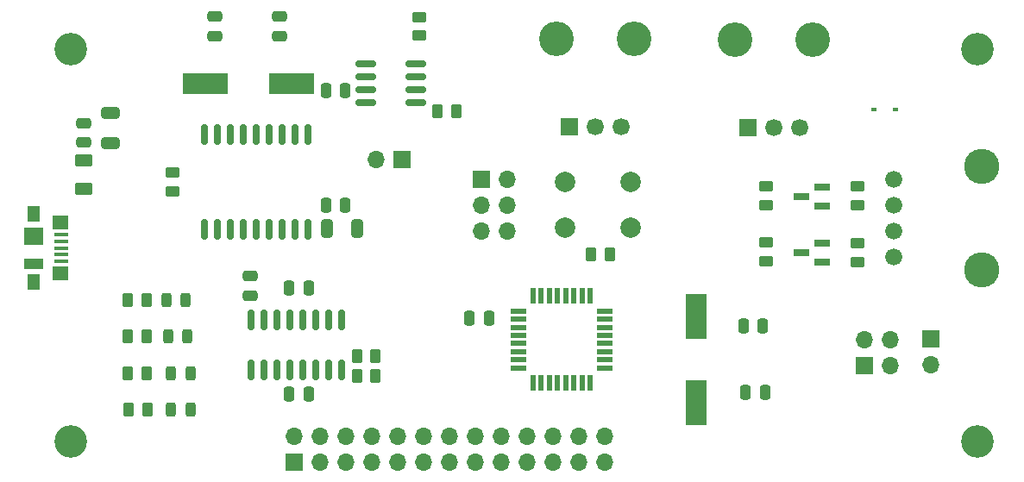
<source format=gts>
%TF.GenerationSoftware,KiCad,Pcbnew,(6.0.7-1)-1*%
%TF.CreationDate,2022-11-21T17:18:22-08:00*%
%TF.ProjectId,telemetry-emulator-pcb,74656c65-6d65-4747-9279-2d656d756c61,rev?*%
%TF.SameCoordinates,Original*%
%TF.FileFunction,Soldermask,Top*%
%TF.FilePolarity,Negative*%
%FSLAX46Y46*%
G04 Gerber Fmt 4.6, Leading zero omitted, Abs format (unit mm)*
G04 Created by KiCad (PCBNEW (6.0.7-1)-1) date 2022-11-21 17:18:22*
%MOMM*%
%LPD*%
G01*
G04 APERTURE LIST*
G04 Aperture macros list*
%AMRoundRect*
0 Rectangle with rounded corners*
0 $1 Rounding radius*
0 $2 $3 $4 $5 $6 $7 $8 $9 X,Y pos of 4 corners*
0 Add a 4 corners polygon primitive as box body*
4,1,4,$2,$3,$4,$5,$6,$7,$8,$9,$2,$3,0*
0 Add four circle primitives for the rounded corners*
1,1,$1+$1,$2,$3*
1,1,$1+$1,$4,$5*
1,1,$1+$1,$6,$7*
1,1,$1+$1,$8,$9*
0 Add four rect primitives between the rounded corners*
20,1,$1+$1,$2,$3,$4,$5,0*
20,1,$1+$1,$4,$5,$6,$7,0*
20,1,$1+$1,$6,$7,$8,$9,0*
20,1,$1+$1,$8,$9,$2,$3,0*%
G04 Aperture macros list end*
%ADD10RoundRect,0.250000X-0.250000X-0.475000X0.250000X-0.475000X0.250000X0.475000X-0.250000X0.475000X0*%
%ADD11RoundRect,0.250000X-0.262500X-0.450000X0.262500X-0.450000X0.262500X0.450000X-0.262500X0.450000X0*%
%ADD12C,3.200000*%
%ADD13RoundRect,0.250000X0.650000X-0.325000X0.650000X0.325000X-0.650000X0.325000X-0.650000X-0.325000X0*%
%ADD14RoundRect,0.150000X0.150000X-0.825000X0.150000X0.825000X-0.150000X0.825000X-0.150000X-0.825000X0*%
%ADD15RoundRect,0.250000X0.625000X-0.375000X0.625000X0.375000X-0.625000X0.375000X-0.625000X-0.375000X0*%
%ADD16RoundRect,0.070000X0.650000X0.300000X-0.650000X0.300000X-0.650000X-0.300000X0.650000X-0.300000X0*%
%ADD17RoundRect,0.250000X0.475000X-0.250000X0.475000X0.250000X-0.475000X0.250000X-0.475000X-0.250000X0*%
%ADD18RoundRect,0.250000X-0.450000X0.262500X-0.450000X-0.262500X0.450000X-0.262500X0.450000X0.262500X0*%
%ADD19RoundRect,0.243750X-0.243750X-0.456250X0.243750X-0.456250X0.243750X0.456250X-0.243750X0.456250X0*%
%ADD20C,2.000000*%
%ADD21R,4.500000X2.000000*%
%ADD22R,1.700000X1.700000*%
%ADD23O,1.700000X1.700000*%
%ADD24RoundRect,0.250000X0.250000X0.475000X-0.250000X0.475000X-0.250000X-0.475000X0.250000X-0.475000X0*%
%ADD25RoundRect,0.250000X0.262500X0.450000X-0.262500X0.450000X-0.262500X-0.450000X0.262500X-0.450000X0*%
%ADD26RoundRect,0.150000X-0.825000X-0.150000X0.825000X-0.150000X0.825000X0.150000X-0.825000X0.150000X0*%
%ADD27RoundRect,0.250000X-0.475000X0.250000X-0.475000X-0.250000X0.475000X-0.250000X0.475000X0.250000X0*%
%ADD28C,3.400000*%
%ADD29R,1.690000X1.690000*%
%ADD30C,1.690000*%
%ADD31RoundRect,0.150000X-0.150000X0.875000X-0.150000X-0.875000X0.150000X-0.875000X0.150000X0.875000X0*%
%ADD32C,3.454400*%
%ADD33C,1.676400*%
%ADD34RoundRect,0.250000X0.450000X-0.262500X0.450000X0.262500X-0.450000X0.262500X-0.450000X-0.262500X0*%
%ADD35R,1.600000X0.550000*%
%ADD36R,0.550000X1.600000*%
%ADD37R,1.380000X0.450000*%
%ADD38R,1.300000X1.650000*%
%ADD39R,1.900000X1.000000*%
%ADD40R,1.900000X1.800000*%
%ADD41R,1.550000X1.425000*%
%ADD42RoundRect,0.243750X0.243750X0.456250X-0.243750X0.456250X-0.243750X-0.456250X0.243750X-0.456250X0*%
%ADD43R,0.600000X0.450000*%
%ADD44RoundRect,0.250000X-0.325000X-0.650000X0.325000X-0.650000X0.325000X0.650000X-0.325000X0.650000X0*%
%ADD45R,2.000000X4.500000*%
G04 APERTURE END LIST*
D10*
X156530000Y-92642000D03*
X158430000Y-92642000D03*
D11*
X96087500Y-97300000D03*
X97912500Y-97300000D03*
X96087500Y-90106000D03*
X97912500Y-90106000D03*
D12*
X179500000Y-104000000D03*
D13*
X94400000Y-74675000D03*
X94400000Y-71725000D03*
D14*
X108155000Y-96975000D03*
X109425000Y-96975000D03*
X110695000Y-96975000D03*
X111965000Y-96975000D03*
X113235000Y-96975000D03*
X114505000Y-96975000D03*
X115775000Y-96975000D03*
X117045000Y-96975000D03*
X117045000Y-92025000D03*
X115775000Y-92025000D03*
X114505000Y-92025000D03*
X113235000Y-92025000D03*
X111965000Y-92025000D03*
X110695000Y-92025000D03*
X109425000Y-92025000D03*
X108155000Y-92025000D03*
D10*
X156750000Y-99200000D03*
X158650000Y-99200000D03*
D15*
X91800000Y-79200000D03*
X91800000Y-76400000D03*
D16*
X164282500Y-80897000D03*
X164282500Y-78997000D03*
X162182500Y-79947000D03*
D17*
X104648000Y-64196000D03*
X104648000Y-62296000D03*
D18*
X167732500Y-84534500D03*
X167732500Y-86359500D03*
D19*
X100362500Y-100900000D03*
X102237500Y-100900000D03*
D20*
X138990000Y-78522000D03*
X145490000Y-78522000D03*
X138990000Y-83022000D03*
X145490000Y-83022000D03*
D21*
X103700000Y-68834000D03*
X112200000Y-68834000D03*
D10*
X111950000Y-88900000D03*
X113850000Y-88900000D03*
D22*
X130810000Y-78232000D03*
D23*
X133350000Y-78232000D03*
X130810000Y-80772000D03*
X133350000Y-80772000D03*
X130810000Y-83312000D03*
X133350000Y-83312000D03*
D24*
X131550000Y-91900000D03*
X129650000Y-91900000D03*
D25*
X120412500Y-97600000D03*
X118587500Y-97600000D03*
D12*
X90500000Y-104000000D03*
D24*
X113850000Y-99300000D03*
X111950000Y-99300000D03*
D26*
X119445000Y-66929000D03*
X119445000Y-68199000D03*
X119445000Y-69469000D03*
X119445000Y-70739000D03*
X124395000Y-70739000D03*
X124395000Y-69469000D03*
X124395000Y-68199000D03*
X124395000Y-66929000D03*
D27*
X91800000Y-72750000D03*
X91800000Y-74650000D03*
D17*
X110998000Y-64196000D03*
X110998000Y-62296000D03*
D28*
X138190000Y-64455000D03*
X145810000Y-64455000D03*
D29*
X139460000Y-73095000D03*
D30*
X142000000Y-73095000D03*
X144540000Y-73095000D03*
D17*
X108100000Y-89650000D03*
X108100000Y-87750000D03*
D31*
X113792000Y-73836000D03*
X112522000Y-73836000D03*
X111252000Y-73836000D03*
X109982000Y-73836000D03*
X108712000Y-73836000D03*
X107442000Y-73836000D03*
X106172000Y-73836000D03*
X104902000Y-73836000D03*
X103632000Y-73836000D03*
X103632000Y-83136000D03*
X104902000Y-83136000D03*
X106172000Y-83136000D03*
X107442000Y-83136000D03*
X108712000Y-83136000D03*
X109982000Y-83136000D03*
X111252000Y-83136000D03*
X112522000Y-83136000D03*
X113792000Y-83136000D03*
D12*
X179500000Y-65500000D03*
D24*
X117450000Y-69500000D03*
X115550000Y-69500000D03*
D12*
X90500000Y-65500000D03*
D28*
X163310000Y-64555000D03*
X155690000Y-64555000D03*
D29*
X156960000Y-73195000D03*
D30*
X159500000Y-73195000D03*
X162040000Y-73195000D03*
D10*
X115550000Y-80800000D03*
X117450000Y-80800000D03*
D11*
X96187500Y-100900000D03*
X98012500Y-100900000D03*
D18*
X124714000Y-62333500D03*
X124714000Y-64158500D03*
D32*
X179928501Y-87139500D03*
X179928501Y-76979500D03*
D33*
X171288500Y-78249500D03*
X171288500Y-80789500D03*
X171288500Y-83329500D03*
X171288500Y-85869500D03*
D11*
X126487500Y-71600000D03*
X128312500Y-71600000D03*
X118587500Y-95600000D03*
X120412500Y-95600000D03*
D34*
X100500000Y-79412500D03*
X100500000Y-77587500D03*
D18*
X158732500Y-78947000D03*
X158732500Y-80772000D03*
D16*
X164282500Y-86397000D03*
X164282500Y-84497000D03*
X162182500Y-85447000D03*
D35*
X142934000Y-96780000D03*
X142934000Y-95980000D03*
X142934000Y-95180000D03*
X142934000Y-94380000D03*
X142934000Y-93580000D03*
X142934000Y-92780000D03*
X142934000Y-91980000D03*
X142934000Y-91180000D03*
D36*
X141484000Y-89730000D03*
X140684000Y-89730000D03*
X139884000Y-89730000D03*
X139084000Y-89730000D03*
X138284000Y-89730000D03*
X137484000Y-89730000D03*
X136684000Y-89730000D03*
X135884000Y-89730000D03*
D35*
X134434000Y-91180000D03*
X134434000Y-91980000D03*
X134434000Y-92780000D03*
X134434000Y-93580000D03*
X134434000Y-94380000D03*
X134434000Y-95180000D03*
X134434000Y-95980000D03*
X134434000Y-96780000D03*
D36*
X135884000Y-98230000D03*
X136684000Y-98230000D03*
X137484000Y-98230000D03*
X138284000Y-98230000D03*
X139084000Y-98230000D03*
X139884000Y-98230000D03*
X140684000Y-98230000D03*
X141484000Y-98230000D03*
D25*
X143412500Y-85600000D03*
X141587500Y-85600000D03*
D37*
X89560000Y-83700000D03*
X89560000Y-84350000D03*
X89560000Y-85000000D03*
X89560000Y-85650000D03*
X89560000Y-86300000D03*
D38*
X86900000Y-81625000D03*
X86900000Y-88375000D03*
D39*
X86900000Y-86550000D03*
D40*
X86900000Y-83850000D03*
D41*
X89475000Y-82512500D03*
X89475000Y-87487500D03*
D42*
X101737500Y-90106000D03*
X99862500Y-90106000D03*
D18*
X167732500Y-78947000D03*
X167732500Y-80772000D03*
D22*
X174900000Y-93900000D03*
D23*
X174900000Y-96440000D03*
D22*
X122975000Y-76300000D03*
D23*
X120435000Y-76300000D03*
D43*
X169350000Y-71400000D03*
X171450000Y-71400000D03*
D42*
X101937500Y-93700000D03*
X100062500Y-93700000D03*
D19*
X100362500Y-97300000D03*
X102237500Y-97300000D03*
D44*
X115625000Y-83100000D03*
X118575000Y-83100000D03*
D11*
X96087500Y-93706000D03*
X97912500Y-93706000D03*
D45*
X151892000Y-91694000D03*
X151892000Y-100194000D03*
D22*
X168425000Y-96575000D03*
D23*
X168425000Y-94035000D03*
X170965000Y-96575000D03*
X170965000Y-94035000D03*
D18*
X158732500Y-84447000D03*
X158732500Y-86272000D03*
D22*
X112400000Y-106000000D03*
D23*
X112400000Y-103460000D03*
X114940000Y-106000000D03*
X114940000Y-103460000D03*
X117480000Y-106000000D03*
X117480000Y-103460000D03*
X120020000Y-106000000D03*
X120020000Y-103460000D03*
X122560000Y-106000000D03*
X122560000Y-103460000D03*
X125100000Y-106000000D03*
X125100000Y-103460000D03*
X127640000Y-106000000D03*
X127640000Y-103460000D03*
X130180000Y-106000000D03*
X130180000Y-103460000D03*
X132720000Y-106000000D03*
X132720000Y-103460000D03*
X135260000Y-106000000D03*
X135260000Y-103460000D03*
X137800000Y-106000000D03*
X137800000Y-103460000D03*
X140340000Y-106000000D03*
X140340000Y-103460000D03*
X142880000Y-106000000D03*
X142880000Y-103460000D03*
M02*

</source>
